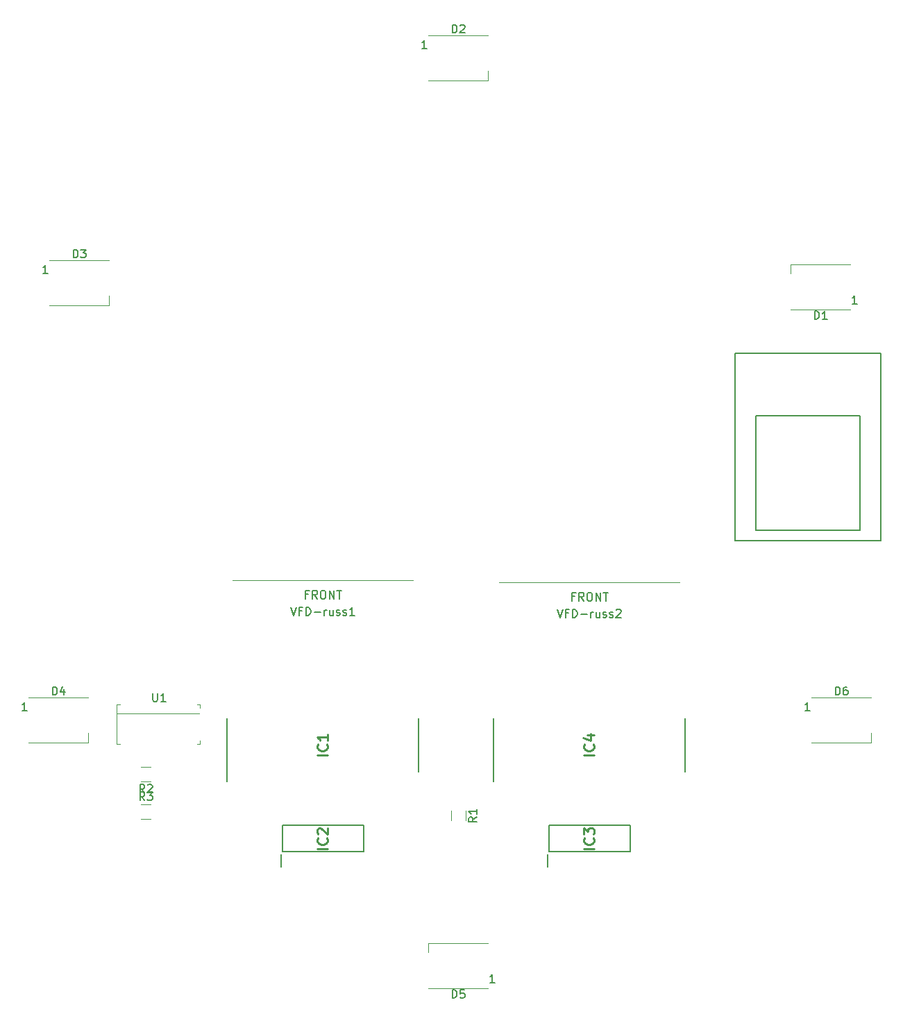
<source format=gbr>
G04 #@! TF.GenerationSoftware,KiCad,Pcbnew,(5.1.4)-1*
G04 #@! TF.CreationDate,2020-02-10T21:36:07-05:00*
G04 #@! TF.ProjectId,xmas,786d6173-2e6b-4696-9361-645f70636258,rev?*
G04 #@! TF.SameCoordinates,Original*
G04 #@! TF.FileFunction,Legend,Top*
G04 #@! TF.FilePolarity,Positive*
%FSLAX46Y46*%
G04 Gerber Fmt 4.6, Leading zero omitted, Abs format (unit mm)*
G04 Created by KiCad (PCBNEW (5.1.4)-1) date 2020-02-10 21:36:07*
%MOMM*%
%LPD*%
G04 APERTURE LIST*
%ADD10C,0.120000*%
%ADD11C,0.150000*%
%ADD12C,0.100000*%
%ADD13C,0.200000*%
%ADD14C,0.254000*%
G04 APERTURE END LIST*
D10*
X229014000Y-46018000D02*
X229014000Y-47168000D01*
X236314000Y-46018000D02*
X229014000Y-46018000D01*
X236314000Y-51518000D02*
X229014000Y-51518000D01*
D11*
X240030000Y-56896000D02*
X240030000Y-79756000D01*
X222250000Y-56896000D02*
X240030000Y-56896000D01*
X222250000Y-79756000D02*
X222250000Y-56896000D01*
X240030000Y-79756000D02*
X222250000Y-79756000D01*
X224790000Y-78486000D02*
X237490000Y-78486000D01*
X224790000Y-64516000D02*
X224790000Y-78486000D01*
X237490000Y-64516000D02*
X224790000Y-64516000D01*
X237490000Y-78486000D02*
X237490000Y-64516000D01*
D12*
X156992000Y-99708000D02*
X156992000Y-100108000D01*
X156592000Y-99708000D02*
X156992000Y-99708000D01*
X146792000Y-99708000D02*
X147192000Y-99708000D01*
X146792000Y-99708000D02*
X146792000Y-100108000D01*
X146792000Y-104508000D02*
X147192000Y-104508000D01*
X146792000Y-104508000D02*
X146792000Y-100108000D01*
X156992000Y-104508000D02*
X156592000Y-104508000D01*
X156992000Y-104508000D02*
X156992000Y-104108000D01*
X146792000Y-100818000D02*
X156892000Y-100818000D01*
D10*
X149765936Y-113686000D02*
X150970064Y-113686000D01*
X149765936Y-111866000D02*
X150970064Y-111866000D01*
X150970064Y-107294000D02*
X149765936Y-107294000D01*
X150970064Y-109114000D02*
X149765936Y-109114000D01*
X238854000Y-104350000D02*
X238854000Y-103200000D01*
X231554000Y-104350000D02*
X238854000Y-104350000D01*
X231554000Y-98850000D02*
X238854000Y-98850000D01*
X184818000Y-128822000D02*
X184818000Y-129972000D01*
X192118000Y-128822000D02*
X184818000Y-128822000D01*
X192118000Y-134322000D02*
X184818000Y-134322000D01*
X143350000Y-104350000D02*
X143350000Y-103200000D01*
X136050000Y-104350000D02*
X143350000Y-104350000D01*
X136050000Y-98850000D02*
X143350000Y-98850000D01*
X145890000Y-51010000D02*
X145890000Y-49860000D01*
X138590000Y-51010000D02*
X145890000Y-51010000D01*
X138590000Y-45510000D02*
X145890000Y-45510000D01*
X192118000Y-23578000D02*
X192118000Y-22428000D01*
X184818000Y-23578000D02*
X192118000Y-23578000D01*
X184818000Y-18078000D02*
X192118000Y-18078000D01*
X189378000Y-112681936D02*
X189378000Y-113886064D01*
X187558000Y-112681936D02*
X187558000Y-113886064D01*
X193470000Y-84836000D02*
X215470000Y-84836000D01*
X160958000Y-84582000D02*
X182958000Y-84582000D01*
D13*
X183643000Y-107886000D02*
X183643000Y-101410000D01*
X160273000Y-109080000D02*
X160273000Y-101410000D01*
X167008000Y-117678000D02*
X167008000Y-114478000D01*
X167008000Y-114478000D02*
X176908000Y-114478000D01*
X176908000Y-114478000D02*
X176908000Y-117678000D01*
X176908000Y-117678000D02*
X167008000Y-117678000D01*
X166838000Y-119553000D02*
X166838000Y-118028000D01*
X199350000Y-119553000D02*
X199350000Y-118028000D01*
X209420000Y-117678000D02*
X199520000Y-117678000D01*
X209420000Y-114478000D02*
X209420000Y-117678000D01*
X199520000Y-114478000D02*
X209420000Y-114478000D01*
X199520000Y-117678000D02*
X199520000Y-114478000D01*
X192785000Y-109080000D02*
X192785000Y-101410000D01*
X216155000Y-107886000D02*
X216155000Y-101410000D01*
D11*
X231925904Y-52720380D02*
X231925904Y-51720380D01*
X232164000Y-51720380D01*
X232306857Y-51768000D01*
X232402095Y-51863238D01*
X232449714Y-51958476D01*
X232497333Y-52148952D01*
X232497333Y-52291809D01*
X232449714Y-52482285D01*
X232402095Y-52577523D01*
X232306857Y-52672761D01*
X232164000Y-52720380D01*
X231925904Y-52720380D01*
X233449714Y-52720380D02*
X232878285Y-52720380D01*
X233164000Y-52720380D02*
X233164000Y-51720380D01*
X233068761Y-51863238D01*
X232973523Y-51958476D01*
X232878285Y-52006095D01*
X237099714Y-50820380D02*
X236528285Y-50820380D01*
X236814000Y-50820380D02*
X236814000Y-49820380D01*
X236718761Y-49963238D01*
X236623523Y-50058476D01*
X236528285Y-50106095D01*
X151210095Y-98340380D02*
X151210095Y-99149904D01*
X151257714Y-99245142D01*
X151305333Y-99292761D01*
X151400571Y-99340380D01*
X151591047Y-99340380D01*
X151686285Y-99292761D01*
X151733904Y-99245142D01*
X151781523Y-99149904D01*
X151781523Y-98340380D01*
X152781523Y-99340380D02*
X152210095Y-99340380D01*
X152495809Y-99340380D02*
X152495809Y-98340380D01*
X152400571Y-98483238D01*
X152305333Y-98578476D01*
X152210095Y-98626095D01*
X150201333Y-111408380D02*
X149868000Y-110932190D01*
X149629904Y-111408380D02*
X149629904Y-110408380D01*
X150010857Y-110408380D01*
X150106095Y-110456000D01*
X150153714Y-110503619D01*
X150201333Y-110598857D01*
X150201333Y-110741714D01*
X150153714Y-110836952D01*
X150106095Y-110884571D01*
X150010857Y-110932190D01*
X149629904Y-110932190D01*
X150534666Y-110408380D02*
X151153714Y-110408380D01*
X150820380Y-110789333D01*
X150963238Y-110789333D01*
X151058476Y-110836952D01*
X151106095Y-110884571D01*
X151153714Y-110979809D01*
X151153714Y-111217904D01*
X151106095Y-111313142D01*
X151058476Y-111360761D01*
X150963238Y-111408380D01*
X150677523Y-111408380D01*
X150582285Y-111360761D01*
X150534666Y-111313142D01*
X150201333Y-110476380D02*
X149868000Y-110000190D01*
X149629904Y-110476380D02*
X149629904Y-109476380D01*
X150010857Y-109476380D01*
X150106095Y-109524000D01*
X150153714Y-109571619D01*
X150201333Y-109666857D01*
X150201333Y-109809714D01*
X150153714Y-109904952D01*
X150106095Y-109952571D01*
X150010857Y-110000190D01*
X149629904Y-110000190D01*
X150582285Y-109571619D02*
X150629904Y-109524000D01*
X150725142Y-109476380D01*
X150963238Y-109476380D01*
X151058476Y-109524000D01*
X151106095Y-109571619D01*
X151153714Y-109666857D01*
X151153714Y-109762095D01*
X151106095Y-109904952D01*
X150534666Y-110476380D01*
X151153714Y-110476380D01*
X234465904Y-98552380D02*
X234465904Y-97552380D01*
X234704000Y-97552380D01*
X234846857Y-97600000D01*
X234942095Y-97695238D01*
X234989714Y-97790476D01*
X235037333Y-97980952D01*
X235037333Y-98123809D01*
X234989714Y-98314285D01*
X234942095Y-98409523D01*
X234846857Y-98504761D01*
X234704000Y-98552380D01*
X234465904Y-98552380D01*
X235894476Y-97552380D02*
X235704000Y-97552380D01*
X235608761Y-97600000D01*
X235561142Y-97647619D01*
X235465904Y-97790476D01*
X235418285Y-97980952D01*
X235418285Y-98361904D01*
X235465904Y-98457142D01*
X235513523Y-98504761D01*
X235608761Y-98552380D01*
X235799238Y-98552380D01*
X235894476Y-98504761D01*
X235942095Y-98457142D01*
X235989714Y-98361904D01*
X235989714Y-98123809D01*
X235942095Y-98028571D01*
X235894476Y-97980952D01*
X235799238Y-97933333D01*
X235608761Y-97933333D01*
X235513523Y-97980952D01*
X235465904Y-98028571D01*
X235418285Y-98123809D01*
X231339714Y-100452380D02*
X230768285Y-100452380D01*
X231054000Y-100452380D02*
X231054000Y-99452380D01*
X230958761Y-99595238D01*
X230863523Y-99690476D01*
X230768285Y-99738095D01*
X187729904Y-135524380D02*
X187729904Y-134524380D01*
X187968000Y-134524380D01*
X188110857Y-134572000D01*
X188206095Y-134667238D01*
X188253714Y-134762476D01*
X188301333Y-134952952D01*
X188301333Y-135095809D01*
X188253714Y-135286285D01*
X188206095Y-135381523D01*
X188110857Y-135476761D01*
X187968000Y-135524380D01*
X187729904Y-135524380D01*
X189206095Y-134524380D02*
X188729904Y-134524380D01*
X188682285Y-135000571D01*
X188729904Y-134952952D01*
X188825142Y-134905333D01*
X189063238Y-134905333D01*
X189158476Y-134952952D01*
X189206095Y-135000571D01*
X189253714Y-135095809D01*
X189253714Y-135333904D01*
X189206095Y-135429142D01*
X189158476Y-135476761D01*
X189063238Y-135524380D01*
X188825142Y-135524380D01*
X188729904Y-135476761D01*
X188682285Y-135429142D01*
X192903714Y-133624380D02*
X192332285Y-133624380D01*
X192618000Y-133624380D02*
X192618000Y-132624380D01*
X192522761Y-132767238D01*
X192427523Y-132862476D01*
X192332285Y-132910095D01*
X138961904Y-98552380D02*
X138961904Y-97552380D01*
X139200000Y-97552380D01*
X139342857Y-97600000D01*
X139438095Y-97695238D01*
X139485714Y-97790476D01*
X139533333Y-97980952D01*
X139533333Y-98123809D01*
X139485714Y-98314285D01*
X139438095Y-98409523D01*
X139342857Y-98504761D01*
X139200000Y-98552380D01*
X138961904Y-98552380D01*
X140390476Y-97885714D02*
X140390476Y-98552380D01*
X140152380Y-97504761D02*
X139914285Y-98219047D01*
X140533333Y-98219047D01*
X135835714Y-100452380D02*
X135264285Y-100452380D01*
X135550000Y-100452380D02*
X135550000Y-99452380D01*
X135454761Y-99595238D01*
X135359523Y-99690476D01*
X135264285Y-99738095D01*
X141501904Y-45212380D02*
X141501904Y-44212380D01*
X141740000Y-44212380D01*
X141882857Y-44260000D01*
X141978095Y-44355238D01*
X142025714Y-44450476D01*
X142073333Y-44640952D01*
X142073333Y-44783809D01*
X142025714Y-44974285D01*
X141978095Y-45069523D01*
X141882857Y-45164761D01*
X141740000Y-45212380D01*
X141501904Y-45212380D01*
X142406666Y-44212380D02*
X143025714Y-44212380D01*
X142692380Y-44593333D01*
X142835238Y-44593333D01*
X142930476Y-44640952D01*
X142978095Y-44688571D01*
X143025714Y-44783809D01*
X143025714Y-45021904D01*
X142978095Y-45117142D01*
X142930476Y-45164761D01*
X142835238Y-45212380D01*
X142549523Y-45212380D01*
X142454285Y-45164761D01*
X142406666Y-45117142D01*
X138375714Y-47112380D02*
X137804285Y-47112380D01*
X138090000Y-47112380D02*
X138090000Y-46112380D01*
X137994761Y-46255238D01*
X137899523Y-46350476D01*
X137804285Y-46398095D01*
X187729904Y-17780380D02*
X187729904Y-16780380D01*
X187968000Y-16780380D01*
X188110857Y-16828000D01*
X188206095Y-16923238D01*
X188253714Y-17018476D01*
X188301333Y-17208952D01*
X188301333Y-17351809D01*
X188253714Y-17542285D01*
X188206095Y-17637523D01*
X188110857Y-17732761D01*
X187968000Y-17780380D01*
X187729904Y-17780380D01*
X188682285Y-16875619D02*
X188729904Y-16828000D01*
X188825142Y-16780380D01*
X189063238Y-16780380D01*
X189158476Y-16828000D01*
X189206095Y-16875619D01*
X189253714Y-16970857D01*
X189253714Y-17066095D01*
X189206095Y-17208952D01*
X188634666Y-17780380D01*
X189253714Y-17780380D01*
X184603714Y-19680380D02*
X184032285Y-19680380D01*
X184318000Y-19680380D02*
X184318000Y-18680380D01*
X184222761Y-18823238D01*
X184127523Y-18918476D01*
X184032285Y-18966095D01*
X190740380Y-113450666D02*
X190264190Y-113784000D01*
X190740380Y-114022095D02*
X189740380Y-114022095D01*
X189740380Y-113641142D01*
X189788000Y-113545904D01*
X189835619Y-113498285D01*
X189930857Y-113450666D01*
X190073714Y-113450666D01*
X190168952Y-113498285D01*
X190216571Y-113545904D01*
X190264190Y-113641142D01*
X190264190Y-114022095D01*
X190740380Y-112498285D02*
X190740380Y-113069714D01*
X190740380Y-112784000D02*
X189740380Y-112784000D01*
X189883238Y-112879238D01*
X189978476Y-112974476D01*
X190026095Y-113069714D01*
X200541428Y-88098380D02*
X200874761Y-89098380D01*
X201208095Y-88098380D01*
X201874761Y-88574571D02*
X201541428Y-88574571D01*
X201541428Y-89098380D02*
X201541428Y-88098380D01*
X202017619Y-88098380D01*
X202398571Y-89098380D02*
X202398571Y-88098380D01*
X202636666Y-88098380D01*
X202779523Y-88146000D01*
X202874761Y-88241238D01*
X202922380Y-88336476D01*
X202970000Y-88526952D01*
X202970000Y-88669809D01*
X202922380Y-88860285D01*
X202874761Y-88955523D01*
X202779523Y-89050761D01*
X202636666Y-89098380D01*
X202398571Y-89098380D01*
X203398571Y-88717428D02*
X204160476Y-88717428D01*
X204636666Y-89098380D02*
X204636666Y-88431714D01*
X204636666Y-88622190D02*
X204684285Y-88526952D01*
X204731904Y-88479333D01*
X204827142Y-88431714D01*
X204922380Y-88431714D01*
X205684285Y-88431714D02*
X205684285Y-89098380D01*
X205255714Y-88431714D02*
X205255714Y-88955523D01*
X205303333Y-89050761D01*
X205398571Y-89098380D01*
X205541428Y-89098380D01*
X205636666Y-89050761D01*
X205684285Y-89003142D01*
X206112857Y-89050761D02*
X206208095Y-89098380D01*
X206398571Y-89098380D01*
X206493809Y-89050761D01*
X206541428Y-88955523D01*
X206541428Y-88907904D01*
X206493809Y-88812666D01*
X206398571Y-88765047D01*
X206255714Y-88765047D01*
X206160476Y-88717428D01*
X206112857Y-88622190D01*
X206112857Y-88574571D01*
X206160476Y-88479333D01*
X206255714Y-88431714D01*
X206398571Y-88431714D01*
X206493809Y-88479333D01*
X206922380Y-89050761D02*
X207017619Y-89098380D01*
X207208095Y-89098380D01*
X207303333Y-89050761D01*
X207350952Y-88955523D01*
X207350952Y-88907904D01*
X207303333Y-88812666D01*
X207208095Y-88765047D01*
X207065238Y-88765047D01*
X206970000Y-88717428D01*
X206922380Y-88622190D01*
X206922380Y-88574571D01*
X206970000Y-88479333D01*
X207065238Y-88431714D01*
X207208095Y-88431714D01*
X207303333Y-88479333D01*
X207731904Y-88193619D02*
X207779523Y-88146000D01*
X207874761Y-88098380D01*
X208112857Y-88098380D01*
X208208095Y-88146000D01*
X208255714Y-88193619D01*
X208303333Y-88288857D01*
X208303333Y-88384095D01*
X208255714Y-88526952D01*
X207684285Y-89098380D01*
X208303333Y-89098380D01*
X202684285Y-86542571D02*
X202350952Y-86542571D01*
X202350952Y-87066380D02*
X202350952Y-86066380D01*
X202827142Y-86066380D01*
X203779523Y-87066380D02*
X203446190Y-86590190D01*
X203208095Y-87066380D02*
X203208095Y-86066380D01*
X203589047Y-86066380D01*
X203684285Y-86114000D01*
X203731904Y-86161619D01*
X203779523Y-86256857D01*
X203779523Y-86399714D01*
X203731904Y-86494952D01*
X203684285Y-86542571D01*
X203589047Y-86590190D01*
X203208095Y-86590190D01*
X204398571Y-86066380D02*
X204589047Y-86066380D01*
X204684285Y-86114000D01*
X204779523Y-86209238D01*
X204827142Y-86399714D01*
X204827142Y-86733047D01*
X204779523Y-86923523D01*
X204684285Y-87018761D01*
X204589047Y-87066380D01*
X204398571Y-87066380D01*
X204303333Y-87018761D01*
X204208095Y-86923523D01*
X204160476Y-86733047D01*
X204160476Y-86399714D01*
X204208095Y-86209238D01*
X204303333Y-86114000D01*
X204398571Y-86066380D01*
X205255714Y-87066380D02*
X205255714Y-86066380D01*
X205827142Y-87066380D01*
X205827142Y-86066380D01*
X206160476Y-86066380D02*
X206731904Y-86066380D01*
X206446190Y-87066380D02*
X206446190Y-86066380D01*
X168029428Y-87844380D02*
X168362761Y-88844380D01*
X168696095Y-87844380D01*
X169362761Y-88320571D02*
X169029428Y-88320571D01*
X169029428Y-88844380D02*
X169029428Y-87844380D01*
X169505619Y-87844380D01*
X169886571Y-88844380D02*
X169886571Y-87844380D01*
X170124666Y-87844380D01*
X170267523Y-87892000D01*
X170362761Y-87987238D01*
X170410380Y-88082476D01*
X170458000Y-88272952D01*
X170458000Y-88415809D01*
X170410380Y-88606285D01*
X170362761Y-88701523D01*
X170267523Y-88796761D01*
X170124666Y-88844380D01*
X169886571Y-88844380D01*
X170886571Y-88463428D02*
X171648476Y-88463428D01*
X172124666Y-88844380D02*
X172124666Y-88177714D01*
X172124666Y-88368190D02*
X172172285Y-88272952D01*
X172219904Y-88225333D01*
X172315142Y-88177714D01*
X172410380Y-88177714D01*
X173172285Y-88177714D02*
X173172285Y-88844380D01*
X172743714Y-88177714D02*
X172743714Y-88701523D01*
X172791333Y-88796761D01*
X172886571Y-88844380D01*
X173029428Y-88844380D01*
X173124666Y-88796761D01*
X173172285Y-88749142D01*
X173600857Y-88796761D02*
X173696095Y-88844380D01*
X173886571Y-88844380D01*
X173981809Y-88796761D01*
X174029428Y-88701523D01*
X174029428Y-88653904D01*
X173981809Y-88558666D01*
X173886571Y-88511047D01*
X173743714Y-88511047D01*
X173648476Y-88463428D01*
X173600857Y-88368190D01*
X173600857Y-88320571D01*
X173648476Y-88225333D01*
X173743714Y-88177714D01*
X173886571Y-88177714D01*
X173981809Y-88225333D01*
X174410380Y-88796761D02*
X174505619Y-88844380D01*
X174696095Y-88844380D01*
X174791333Y-88796761D01*
X174838952Y-88701523D01*
X174838952Y-88653904D01*
X174791333Y-88558666D01*
X174696095Y-88511047D01*
X174553238Y-88511047D01*
X174458000Y-88463428D01*
X174410380Y-88368190D01*
X174410380Y-88320571D01*
X174458000Y-88225333D01*
X174553238Y-88177714D01*
X174696095Y-88177714D01*
X174791333Y-88225333D01*
X175791333Y-88844380D02*
X175219904Y-88844380D01*
X175505619Y-88844380D02*
X175505619Y-87844380D01*
X175410380Y-87987238D01*
X175315142Y-88082476D01*
X175219904Y-88130095D01*
X170172285Y-86288571D02*
X169838952Y-86288571D01*
X169838952Y-86812380D02*
X169838952Y-85812380D01*
X170315142Y-85812380D01*
X171267523Y-86812380D02*
X170934190Y-86336190D01*
X170696095Y-86812380D02*
X170696095Y-85812380D01*
X171077047Y-85812380D01*
X171172285Y-85860000D01*
X171219904Y-85907619D01*
X171267523Y-86002857D01*
X171267523Y-86145714D01*
X171219904Y-86240952D01*
X171172285Y-86288571D01*
X171077047Y-86336190D01*
X170696095Y-86336190D01*
X171886571Y-85812380D02*
X172077047Y-85812380D01*
X172172285Y-85860000D01*
X172267523Y-85955238D01*
X172315142Y-86145714D01*
X172315142Y-86479047D01*
X172267523Y-86669523D01*
X172172285Y-86764761D01*
X172077047Y-86812380D01*
X171886571Y-86812380D01*
X171791333Y-86764761D01*
X171696095Y-86669523D01*
X171648476Y-86479047D01*
X171648476Y-86145714D01*
X171696095Y-85955238D01*
X171791333Y-85860000D01*
X171886571Y-85812380D01*
X172743714Y-86812380D02*
X172743714Y-85812380D01*
X173315142Y-86812380D01*
X173315142Y-85812380D01*
X173648476Y-85812380D02*
X174219904Y-85812380D01*
X173934190Y-86812380D02*
X173934190Y-85812380D01*
D14*
X172532523Y-105887761D02*
X171262523Y-105887761D01*
X172411571Y-104557285D02*
X172472047Y-104617761D01*
X172532523Y-104799190D01*
X172532523Y-104920142D01*
X172472047Y-105101571D01*
X172351095Y-105222523D01*
X172230142Y-105283000D01*
X171988238Y-105343476D01*
X171806809Y-105343476D01*
X171564904Y-105283000D01*
X171443952Y-105222523D01*
X171323000Y-105101571D01*
X171262523Y-104920142D01*
X171262523Y-104799190D01*
X171323000Y-104617761D01*
X171383476Y-104557285D01*
X172532523Y-103347761D02*
X172532523Y-104073476D01*
X172532523Y-103710619D02*
X171262523Y-103710619D01*
X171443952Y-103831571D01*
X171564904Y-103952523D01*
X171625380Y-104073476D01*
X172532523Y-117317761D02*
X171262523Y-117317761D01*
X172411571Y-115987285D02*
X172472047Y-116047761D01*
X172532523Y-116229190D01*
X172532523Y-116350142D01*
X172472047Y-116531571D01*
X172351095Y-116652523D01*
X172230142Y-116713000D01*
X171988238Y-116773476D01*
X171806809Y-116773476D01*
X171564904Y-116713000D01*
X171443952Y-116652523D01*
X171323000Y-116531571D01*
X171262523Y-116350142D01*
X171262523Y-116229190D01*
X171323000Y-116047761D01*
X171383476Y-115987285D01*
X171383476Y-115503476D02*
X171323000Y-115443000D01*
X171262523Y-115322047D01*
X171262523Y-115019666D01*
X171323000Y-114898714D01*
X171383476Y-114838238D01*
X171504428Y-114777761D01*
X171625380Y-114777761D01*
X171806809Y-114838238D01*
X172532523Y-115563952D01*
X172532523Y-114777761D01*
X205044523Y-117317761D02*
X203774523Y-117317761D01*
X204923571Y-115987285D02*
X204984047Y-116047761D01*
X205044523Y-116229190D01*
X205044523Y-116350142D01*
X204984047Y-116531571D01*
X204863095Y-116652523D01*
X204742142Y-116713000D01*
X204500238Y-116773476D01*
X204318809Y-116773476D01*
X204076904Y-116713000D01*
X203955952Y-116652523D01*
X203835000Y-116531571D01*
X203774523Y-116350142D01*
X203774523Y-116229190D01*
X203835000Y-116047761D01*
X203895476Y-115987285D01*
X203774523Y-115563952D02*
X203774523Y-114777761D01*
X204258333Y-115201095D01*
X204258333Y-115019666D01*
X204318809Y-114898714D01*
X204379285Y-114838238D01*
X204500238Y-114777761D01*
X204802619Y-114777761D01*
X204923571Y-114838238D01*
X204984047Y-114898714D01*
X205044523Y-115019666D01*
X205044523Y-115382523D01*
X204984047Y-115503476D01*
X204923571Y-115563952D01*
X205044523Y-105887761D02*
X203774523Y-105887761D01*
X204923571Y-104557285D02*
X204984047Y-104617761D01*
X205044523Y-104799190D01*
X205044523Y-104920142D01*
X204984047Y-105101571D01*
X204863095Y-105222523D01*
X204742142Y-105283000D01*
X204500238Y-105343476D01*
X204318809Y-105343476D01*
X204076904Y-105283000D01*
X203955952Y-105222523D01*
X203835000Y-105101571D01*
X203774523Y-104920142D01*
X203774523Y-104799190D01*
X203835000Y-104617761D01*
X203895476Y-104557285D01*
X204197857Y-103468714D02*
X205044523Y-103468714D01*
X203714047Y-103771095D02*
X204621190Y-104073476D01*
X204621190Y-103287285D01*
M02*

</source>
